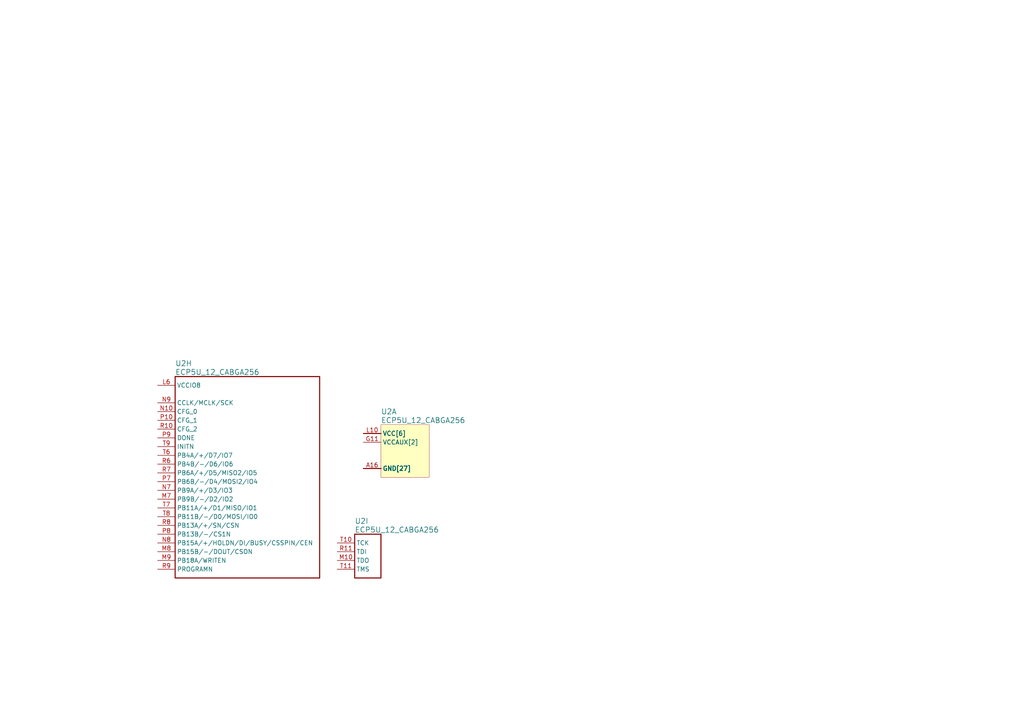
<source format=kicad_sch>
(kicad_sch (version 20200714) (host eeschema "5.99.0-unknown-3ddee6503~102~ubuntu20.04.1")
  (page 3 3)
  (paper "A4")
  (lib_symbols
    (symbol "josh-ic:ECP5U_12_CABGA256"
      (property "Reference" "U" (at -15.24 45.72 0))
      (property "Value" "ECP5U_12_CABGA256" (at 7.62 43.18 0))
      (symbol "ECP5U_12_CABGA256_2_1"
        (rectangle (start -16.51 40.64) (end 8.89 -27.94) (stroke (width 0.3048)))
        (pin bidirectional line (at -21.59 33.02 0) (length 5.08) (name "PT4A/+") (number "A2"))
        (pin bidirectional line (at -21.59 30.48 0) (length 5.08) (name "PT4B/-") (number "B3"))
        (pin bidirectional line (at -21.59 27.94 0) (length 5.08) (name "PT6A/+") (number "A3"))
        (pin bidirectional line (at -21.59 25.4 0) (length 5.08) (name "PT6B/-") (number "A4"))
        (pin bidirectional line (at -21.59 22.86 0) (length 5.08) (name "PT9A/+") (number "E4"))
        (pin bidirectional line (at -21.59 20.32 0) (length 5.08) (name "PT9B/-") (number "D4"))
        (pin bidirectional line (at -21.59 17.78 0) (length 5.08) (name "PT11A/+") (number "C4"))
        (pin bidirectional line (at -21.59 15.24 0) (length 5.08) (name "PT11B/-") (number "B4"))
        (pin bidirectional line (at -21.59 12.7 0) (length 5.08) (name "PT13A/+") (number "E5"))
        (pin bidirectional line (at -21.59 10.16 0) (length 5.08) (name "PT13B/-") (number "D5"))
        (pin bidirectional line (at -21.59 7.62 0) (length 5.08) (name "PT15A/+") (number "C5"))
        (pin bidirectional line (at -21.59 5.08 0) (length 5.08) (name "PT15B/-") (number "B5"))
        (pin bidirectional line (at -21.59 2.54 0) (length 5.08) (name "PT18A/+") (number "A5"))
        (pin bidirectional line (at -21.59 0 0) (length 5.08) (name "PT18B/-") (number "A6"))
        (pin bidirectional line (at -21.59 -2.54 0) (length 5.08) (name "PT20A/+") (number "E6"))
        (pin bidirectional line (at -21.59 -5.08 0) (length 5.08) (name "PT20B/-") (number "D6"))
        (pin bidirectional line (at -21.59 -7.62 0) (length 5.08) (name "PT22A/+") (number "C6"))
        (pin bidirectional line (at -21.59 -10.16 0) (length 5.08) (name "PT22B/-") (number "B6"))
        (pin bidirectional line (at -21.59 -12.7 0) (length 5.08) (name "PT24A/+/GR_PCLK0_1") (number "E7"))
        (pin bidirectional line (at -21.59 -15.24 0) (length 5.08) (name "PT24B/-/GR_PCLK0_0") (number "D7"))
        (pin bidirectional line (at -21.59 -17.78 0) (length 5.08) (name "PT27A/+/PCLKT0_1") (number "C7"))
        (pin bidirectional line (at -21.59 -20.32 0) (length 5.08) (name "PT27B/-/PCLKC0_1") (number "B7"))
        (pin bidirectional line (at -21.59 -22.86 0) (length 5.08) (name "PT29A/+/PCLKT0_0") (number "A7"))
        (pin bidirectional line (at -21.59 -25.4 0) (length 5.08) (name "PT29B/-/PCLKC0_0") (number "A8"))
        (pin power_in line (at -21.59 38.1 0) (length 5.08) (name "VCCIO0[2]") (number "F7"))
        (pin power_in line (at -21.59 38.1 0) (length 5.08) (name "VCCIO0[2]") (number "F6"))
      )
      (symbol "ECP5U_12_CABGA256_3_1"
        (rectangle (start -16.51 40.64) (end 8.89 -48.26) (stroke (width 0.3048)))
        (pin bidirectional line (at -21.59 33.02 0) (length 5.08) (name "PT33A/+/PCLKT1_1") (number "E8"))
        (pin bidirectional line (at -21.59 30.48 0) (length 5.08) (name "PT33B/-/PCLKC1_1") (number "D8"))
        (pin bidirectional line (at -21.59 27.94 0) (length 5.08) (name "PT35A/+/PCLKT1_0") (number "C8"))
        (pin bidirectional line (at -21.59 25.4 0) (length 5.08) (name "PT35B/-/PCLKC1_0") (number "B8"))
        (pin bidirectional line (at -21.59 22.86 0) (length 5.08) (name "PT38A/+/GR_PCLK1_0") (number "B9"))
        (pin bidirectional line (at -21.59 20.32 0) (length 5.08) (name "PT38B/-/GR_PCLK1_1") (number "C9"))
        (pin bidirectional line (at -21.59 17.78 0) (length 5.08) (name "PT40A/+") (number "D9"))
        (pin bidirectional line (at -21.59 15.24 0) (length 5.08) (name "PT40B/-") (number "E9"))
        (pin bidirectional line (at -21.59 12.7 0) (length 5.08) (name "PT42A/+") (number "A9"))
        (pin bidirectional line (at -21.59 10.16 0) (length 5.08) (name "PT42B/-") (number "A10"))
        (pin bidirectional line (at -21.59 7.62 0) (length 5.08) (name "PT44A/+") (number "B10"))
        (pin bidirectional line (at -21.59 5.08 0) (length 5.08) (name "PT44B/-") (number "C10"))
        (pin bidirectional line (at -21.59 2.54 0) (length 5.08) (name "PT47A/+") (number "D10"))
        (pin bidirectional line (at -21.59 0 0) (length 5.08) (name "PT47B/-") (number "E10"))
        (pin bidirectional line (at -21.59 -2.54 0) (length 5.08) (name "PT49A/+") (number "B11"))
        (pin bidirectional line (at -21.59 -5.08 0) (length 5.08) (name "PT49B/-") (number "C11"))
        (pin bidirectional line (at -21.59 -7.62 0) (length 5.08) (name "PT51A/+") (number "D11"))
        (pin bidirectional line (at -21.59 -10.16 0) (length 5.08) (name "PT51B/-") (number "E11"))
        (pin bidirectional line (at -21.59 -12.7 0) (length 5.08) (name "PT53A/+") (number "A11"))
        (pin bidirectional line (at -21.59 -15.24 0) (length 5.08) (name "PT53B/-") (number "A12"))
        (pin bidirectional line (at -21.59 -17.78 0) (length 5.08) (name "PT56A/+") (number "B12"))
        (pin bidirectional line (at -21.59 -20.32 0) (length 5.08) (name "PT56B/-") (number "C12"))
        (pin bidirectional line (at -21.59 -22.86 0) (length 5.08) (name "PT58A/+") (number "D12"))
        (pin bidirectional line (at -21.59 -25.4 0) (length 5.08) (name "PT58B/-") (number "E12"))
        (pin bidirectional line (at -21.59 -27.94 0) (length 5.08) (name "PT60A/+") (number "B13"))
        (pin bidirectional line (at -21.59 -30.48 0) (length 5.08) (name "PT60B/-") (number "C13"))
        (pin bidirectional line (at -21.59 -33.02 0) (length 5.08) (name "PT62A/+") (number "D13"))
        (pin bidirectional line (at -21.59 -35.56 0) (length 5.08) (name "PT62B/-") (number "E13"))
        (pin bidirectional line (at -21.59 -38.1 0) (length 5.08) (name "PT65A/+") (number "A13"))
        (pin bidirectional line (at -21.59 -40.64 0) (length 5.08) (name "PT65B/-") (number "A14"))
        (pin bidirectional line (at -21.59 -43.18 0) (length 5.08) (name "PT67A/+") (number "B14"))
        (pin bidirectional line (at -21.59 -45.72 0) (length 5.08) (name "PT67B/-") (number "A15"))
        (pin power_in line (at -21.59 38.1 0) (length 5.08) (name "VCCIO1[2]") (number "F11"))
        (pin power_in line (at -21.59 38.1 0) (length 5.08) (name "VCCIO1[2]") (number "F10"))
      )
      (symbol "ECP5U_12_CABGA256_4_1"
        (rectangle (start -16.51 40.64) (end 21.59 -48.26) (stroke (width 0.3048)))
        (pin bidirectional line (at -21.59 33.02 0) (length 5.08) (name "PR2A/+/HS/RDQ8") (number "B16"))
        (pin bidirectional line (at -21.59 30.48 0) (length 5.08) (name "PR2B/-/S0_IN/HS/RDQ8") (number "B15"))
        (pin bidirectional line (at -21.59 27.94 0) (length 5.08) (name "PR2C/+/RDQ8") (number "C14"))
        (pin bidirectional line (at -21.59 25.4 0) (length 5.08) (name "PR2D/-/RDQ8") (number "D14"))
        (pin bidirectional line (at -21.59 22.86 0) (length 5.08) (name "PR5A/+/HS/RDQ8") (number "C16"))
        (pin bidirectional line (at -21.59 20.32 0) (length 5.08) (name "PR5B/-/HS/RDQ8") (number "C15"))
        (pin bidirectional line (at -21.59 17.78 0) (length 5.08) (name "PR5C/+/RDQ8") (number "E14"))
        (pin bidirectional line (at -21.59 15.24 0) (length 5.08) (name "PR5D/-/RDQ8") (number "F14"))
        (pin bidirectional line (at -21.59 12.7 0) (length 5.08) (name "PR8A/+/HS/RDQS8") (number "D16"))
        (pin bidirectional line (at -21.59 10.16 0) (length 5.08) (name "PR8B/-/HS/RDQSN8") (number "E15"))
        (pin bidirectional line (at -21.59 7.62 0) (length 5.08) (name "PR8C/+/RDQ8") (number "F13"))
        (pin bidirectional line (at -21.59 5.08 0) (length 5.08) (name "PR8D/-/RDQ8") (number "F12"))
        (pin bidirectional line (at -21.59 2.54 0) (length 5.08) (name "PR11A/+/HS/RDQ8") (number "G12"))
        (pin bidirectional line (at -21.59 0 0) (length 5.08) (name "PR11B/-/HS/RDQ8") (number "G13"))
        (pin bidirectional line (at -21.59 -2.54 0) (length 5.08) (name "PR11C/+/RDQ8") (number "F15"))
        (pin bidirectional line (at -21.59 -5.08 0) (length 5.08) (name "PR11D/-/RDQ8") (number "E16"))
        (pin bidirectional line (at -21.59 -7.62 0) (length 5.08) (name "PR14A/+/HS/RDQ20") (number "F16"))
        (pin bidirectional line (at -21.59 -10.16 0) (length 5.08) (name "PR14B/-/HS/RDQ20") (number "G15"))
        (pin bidirectional line (at -21.59 -12.7 0) (length 5.08) (name "PR14C/+/VREF1_2/RDQ20") (number "G14"))
        (pin bidirectional line (at -21.59 -15.24 0) (length 5.08) (name "PR14D/-/RDQ20") (number "H14"))
        (pin bidirectional line (at -21.59 -17.78 0) (length 5.08) (name "PR17A/+/HS/RDQ20") (number "H12"))
        (pin bidirectional line (at -21.59 -20.32 0) (length 5.08) (name "PR17B/-/HS/RDQ20") (number "H13"))
        (pin bidirectional line (at -21.59 -22.86 0) (length 5.08) (name "PR17C/+/RDQ20") (number "J13"))
        (pin bidirectional line (at -21.59 -25.4 0) (length 5.08) (name "PR17D/-/RDQ20") (number "J12"))
        (pin bidirectional line (at -21.59 -27.94 0) (length 5.08) (name "PR20A/+/GR_PCLK2_1/HS/RDQS20") (number "G16"))
        (pin bidirectional line (at -21.59 -30.48 0) (length 5.08) (name "PR20B/-/HS/RDQSN20") (number "H15"))
        (pin bidirectional line (at -21.59 -33.02 0) (length 5.08) (name "PR20C/+/GR_PCLK2_0/RDQ20") (number "J14"))
        (pin bidirectional line (at -21.59 -35.56 0) (length 5.08) (name "PR20D/-/RDQ20") (number "K14"))
        (pin bidirectional line (at -21.59 -38.1 0) (length 5.08) (name "PR23A/+/PCLKT2_1/HS/RDQ20") (number "J16"))
        (pin bidirectional line (at -21.59 -40.64 0) (length 5.08) (name "PR23B/-/PCLKC2_1/HS/RDQ20") (number "J15"))
        (pin bidirectional line (at -21.59 -43.18 0) (length 5.08) (name "PR23C/+/PCLKT2_0/RDQ20") (number "K16"))
        (pin bidirectional line (at -21.59 -45.72 0) (length 5.08) (name "PR23D/-/PCLKC2_0/RDQ20") (number "K15"))
        (pin power_in line (at -21.59 38.1 0) (length 5.08) (name "VCCIO2[2]") (number "H11"))
        (pin power_in line (at -21.59 38.1 0) (length 5.08) (name "VCCIO2[2]") (number "J11"))
      )
      (symbol "ECP5U_12_CABGA256_5_1"
        (rectangle (start -16.51 40.64) (end 19.05 -48.26) (stroke (width 0.3048)))
        (pin bidirectional line (at -21.59 33.02 0) (length 5.08) (name "PR26A/+/PCLKT3_1/HS/RDQ32") (number "L16"))
        (pin bidirectional line (at -21.59 30.48 0) (length 5.08) (name "PR26B/-/PCLKC3_1/HS/RDQ32") (number "L15"))
        (pin bidirectional line (at -21.59 27.94 0) (length 5.08) (name "PR26C/+/PCLKT3_0/RDQ32") (number "M16"))
        (pin bidirectional line (at -21.59 25.4 0) (length 5.08) (name "PR26D/-/PCLKC3_0/RDQ32") (number "M15"))
        (pin bidirectional line (at -21.59 22.86 0) (length 5.08) (name "PR29A/+/GR_PCLK3_0/HS/RDQ32") (number "K13"))
        (pin bidirectional line (at -21.59 20.32 0) (length 5.08) (name "PR29B/-/HS/RDQ32") (number "K12"))
        (pin bidirectional line (at -21.59 17.78 0) (length 5.08) (name "PR29C/+/GR_PCLK3_1/RDQ32") (number "L13"))
        (pin bidirectional line (at -21.59 15.24 0) (length 5.08) (name "PR29D/-/RDQ32") (number "L12"))
        (pin bidirectional line (at -21.59 12.7 0) (length 5.08) (name "PR32A/+/HS/RDQS32") (number "N16"))
        (pin bidirectional line (at -21.59 10.16 0) (length 5.08) (name "PR32B/-/HS/RDQSN32") (number "P15"))
        (pin bidirectional line (at -21.59 7.62 0) (length 5.08) (name "PR32C/+/RDQ32") (number "L14"))
        (pin bidirectional line (at -21.59 5.08 0) (length 5.08) (name "PR32D/-/RDQ32") (number "M14"))
        (pin bidirectional line (at -21.59 2.54 0) (length 5.08) (name "PR35A/+/HS/RDQ32") (number "P16"))
        (pin bidirectional line (at -21.59 0 0) (length 5.08) (name "PR35B/-/VREF1_3/HS/RDQ32") (number "R16"))
        (pin bidirectional line (at -21.59 -2.54 0) (length 5.08) (name "PR35C/+/RDQ32") (number "M13"))
        (pin bidirectional line (at -21.59 -5.08 0) (length 5.08) (name "PR35D/-/RDQ32") (number "N14"))
        (pin bidirectional line (at -21.59 -7.62 0) (length 5.08) (name "PR38A/+/HS/RDQ44") (number "N13"))
        (pin bidirectional line (at -21.59 -10.16 0) (length 5.08) (name "PR38B/-/HS/RDQ44") (number "P14"))
        (pin bidirectional line (at -21.59 -12.7 0) (length 5.08) (name "PR38C/+/RDQ44") (number "R15"))
        (pin bidirectional line (at -21.59 -15.24 0) (length 5.08) (name "PR38D/-/RDQ44") (number "T15"))
        (pin bidirectional line (at -21.59 -17.78 0) (length 5.08) (name "PR41A/+/HS/RDQ44") (number "P13"))
        (pin bidirectional line (at -21.59 -20.32 0) (length 5.08) (name "PR41B/-/HS/RDQ44") (number "R14"))
        (pin bidirectional line (at -21.59 -22.86 0) (length 5.08) (name "PR41C/+/RDQ44") (number "R13"))
        (pin bidirectional line (at -21.59 -25.4 0) (length 5.08) (name "PR41D/-/RDQ44") (number "T14"))
        (pin bidirectional line (at -21.59 -27.94 0) (length 5.08) (name "PR44A/+/HS/RDQS44") (number "R12"))
        (pin bidirectional line (at -21.59 -30.48 0) (length 5.08) (name "PR44B/-/HS/RDQSN44") (number "T13"))
        (pin bidirectional line (at -21.59 -33.02 0) (length 5.08) (name "PR44C/+/RDQ44") (number "M12"))
        (pin bidirectional line (at -21.59 -35.56 0) (length 5.08) (name "PR44D/-/RDQ44") (number "N12"))
        (pin bidirectional line (at -21.59 -38.1 0) (length 5.08) (name "PR47A/+/HS/RDQ44") (number "M11"))
        (pin bidirectional line (at -21.59 -40.64 0) (length 5.08) (name "PR47B/-/HS/RDQ44") (number "N11"))
        (pin bidirectional line (at -21.59 -43.18 0) (length 5.08) (name "PR47C/+/LRC_GPLL0T_IN/RDQ44") (number "P11"))
        (pin bidirectional line (at -21.59 -45.72 0) (length 5.08) (name "PR47D/-/LRC_GPLL0C_IN/RDQ44") (number "P12"))
        (pin power_in line (at -21.59 38.1 0) (length 5.08) (name "VCCIO3[2]") (number "K11"))
        (pin power_in line (at -21.59 38.1 0) (length 5.08) (name "VCCIO3[2]") (number "L11"))
      )
      (symbol "ECP5U_12_CABGA256_6_1"
        (rectangle (start -16.51 40.64) (end 19.05 -48.26) (stroke (width 0.3048)))
        (pin bidirectional line (at -21.59 33.02 0) (length 5.08) (name "PL26A/+/PCLKT6_1/HS/LDQ32") (number "L1"))
        (pin bidirectional line (at -21.59 30.48 0) (length 5.08) (name "PL26B/-/PCLKC6_1/HS/LDQ32") (number "L2"))
        (pin bidirectional line (at -21.59 27.94 0) (length 5.08) (name "PL26C/+/PCLKT6_0/LDQ32") (number "M1"))
        (pin bidirectional line (at -21.59 25.4 0) (length 5.08) (name "PL26D/-/PCLKC6_0/LDQ32") (number "M2"))
        (pin bidirectional line (at -21.59 22.86 0) (length 5.08) (name "PL29A/+/GR_PCLK6_0/HS/LDQ32") (number "K4"))
        (pin bidirectional line (at -21.59 20.32 0) (length 5.08) (name "PL29B/-/HS/LDQ32") (number "K5"))
        (pin bidirectional line (at -21.59 17.78 0) (length 5.08) (name "PL29C/+/GR_PCLK6_1/LDQ32") (number "L4"))
        (pin bidirectional line (at -21.59 15.24 0) (length 5.08) (name "PL29D/-/LDQ32") (number "L5"))
        (pin bidirectional line (at -21.59 12.7 0) (length 5.08) (name "PL32A/+/HS/LDQS32") (number "N1"))
        (pin bidirectional line (at -21.59 10.16 0) (length 5.08) (name "PL32B/-/HS/LDQSN32") (number "P2"))
        (pin bidirectional line (at -21.59 7.62 0) (length 5.08) (name "PL32C/+/LDQ32") (number "L3"))
        (pin bidirectional line (at -21.59 5.08 0) (length 5.08) (name "PL32D/-/LDQ32") (number "M3"))
        (pin bidirectional line (at -21.59 2.54 0) (length 5.08) (name "PL35A/+/HS/LDQ32") (number "P1"))
        (pin bidirectional line (at -21.59 0 0) (length 5.08) (name "PL35B/-/VREF1_6/HS/LDQ32") (number "R1"))
        (pin bidirectional line (at -21.59 -2.54 0) (length 5.08) (name "PL35C/+/LDQ32") (number "M4"))
        (pin bidirectional line (at -21.59 -5.08 0) (length 5.08) (name "PL35D/-/LDQ32") (number "N3"))
        (pin bidirectional line (at -21.59 -7.62 0) (length 5.08) (name "PL38A/+/HS/LDQ44") (number "N4"))
        (pin bidirectional line (at -21.59 -10.16 0) (length 5.08) (name "PL38B/-/HS/LDQ44") (number "P3"))
        (pin bidirectional line (at -21.59 -12.7 0) (length 5.08) (name "PL38C/+/LDQ44") (number "R2"))
        (pin bidirectional line (at -21.59 -15.24 0) (length 5.08) (name "PL38D/-/LDQ44") (number "T2"))
        (pin bidirectional line (at -21.59 -17.78 0) (length 5.08) (name "PL41A/+/HS/LDQ44") (number "P4"))
        (pin bidirectional line (at -21.59 -20.32 0) (length 5.08) (name "PL41B/-/HS/LDQ44") (number "R3"))
        (pin bidirectional line (at -21.59 -22.86 0) (length 5.08) (name "PL41C/+/LDQ44") (number "R4"))
        (pin bidirectional line (at -21.59 -25.4 0) (length 5.08) (name "PL41D/-/LDQ44") (number "T3"))
        (pin bidirectional line (at -21.59 -27.94 0) (length 5.08) (name "PL44A/+/HS/LDQS44") (number "R5"))
        (pin bidirectional line (at -21.59 -30.48 0) (length 5.08) (name "PL44B/-/HS/LDQSN44") (number "T4"))
        (pin bidirectional line (at -21.59 -33.02 0) (length 5.08) (name "PL44C/+/LDQ44") (number "M5"))
        (pin bidirectional line (at -21.59 -35.56 0) (length 5.08) (name "PL44D/-/LDQ44") (number "N5"))
        (pin bidirectional line (at -21.59 -38.1 0) (length 5.08) (name "PL47A/+/HS/LDQ44") (number "M6"))
        (pin bidirectional line (at -21.59 -40.64 0) (length 5.08) (name "PL47B/-/HS/LDQ44") (number "N6"))
        (pin bidirectional line (at -21.59 -43.18 0) (length 5.08) (name "PL47C/+/LLC_GPLL0T_IN/LDQ44") (number "P6"))
        (pin bidirectional line (at -21.59 -45.72 0) (length 5.08) (name "PL47D/-/LLC_GPLL0C_IN/LDQ44") (number "P5"))
        (pin power_in line (at -21.59 38.1 0) (length 5.08) (name "VCCIO6[2]") (number "J7"))
        (pin power_in line (at -21.59 38.1 0) (length 5.08) (name "VCCIO6[2]") (number "J6"))
      )
      (symbol "ECP5U_12_CABGA256_7_1"
        (rectangle (start -16.51 40.64) (end 20.32 -46.99) (stroke (width 0.3048)))
        (pin bidirectional line (at -21.59 34.29 0) (length 5.08) (name "PL2A/+/HS/LDQ8") (number "B1"))
        (pin bidirectional line (at -21.59 31.75 0) (length 5.08) (name "PL2B/-/HS/LDQ8") (number "B2"))
        (pin bidirectional line (at -21.59 29.21 0) (length 5.08) (name "PL2C/+/LDQ8") (number "C3"))
        (pin bidirectional line (at -21.59 26.67 0) (length 5.08) (name "PL2D/-/LDQ8") (number "D3"))
        (pin bidirectional line (at -21.59 24.13 0) (length 5.08) (name "PL5A/+/HS/LDQ8") (number "C1"))
        (pin bidirectional line (at -21.59 21.59 0) (length 5.08) (name "PL5B/-/HS/LDQ8") (number "C2"))
        (pin bidirectional line (at -21.59 19.05 0) (length 5.08) (name "PL5C/+/LDQ8") (number "E3"))
        (pin bidirectional line (at -21.59 16.51 0) (length 5.08) (name "PL5D/-/LDQ8") (number "F3"))
        (pin bidirectional line (at -21.59 13.97 0) (length 5.08) (name "PL8A/+/HS/LDQS8") (number "D1"))
        (pin bidirectional line (at -21.59 11.43 0) (length 5.08) (name "PL8B/-/HS/LDQSN8") (number "E2"))
        (pin bidirectional line (at -21.59 8.89 0) (length 5.08) (name "PL8C/+/LDQ8") (number "F4"))
        (pin bidirectional line (at -21.59 6.35 0) (length 5.08) (name "PL8D/-/LDQ8") (number "F5"))
        (pin bidirectional line (at -21.59 3.81 0) (length 5.08) (name "PL11A/+/HS/LDQ8") (number "G5"))
        (pin bidirectional line (at -21.59 1.27 0) (length 5.08) (name "PL11B/-/HS/LDQ8") (number "G4"))
        (pin bidirectional line (at -21.59 -1.27 0) (length 5.08) (name "PL11C/+/LDQ8") (number "F2"))
        (pin bidirectional line (at -21.59 -3.81 0) (length 5.08) (name "PL11D/-/LDQ8") (number "E1"))
        (pin bidirectional line (at -21.59 -6.35 0) (length 5.08) (name "PL14A/+/HS/LDQ20") (number "F1"))
        (pin bidirectional line (at -21.59 -8.89 0) (length 5.08) (name "PL14B/-/HS/LDQ20") (number "G2"))
        (pin bidirectional line (at -21.59 -11.43 0) (length 5.08) (name "PL14C/+/VREF1_7/LDQ20") (number "G3"))
        (pin bidirectional line (at -21.59 -13.97 0) (length 5.08) (name "PL14D/-/LDQ20") (number "H3"))
        (pin bidirectional line (at -21.59 -16.51 0) (length 5.08) (name "PL17A/+/HS/LDQ20") (number "H5"))
        (pin bidirectional line (at -21.59 -19.05 0) (length 5.08) (name "PL17B/-/HS/LDQ20") (number "H4"))
        (pin bidirectional line (at -21.59 -21.59 0) (length 5.08) (name "PL17C/+/LDQ20") (number "J4"))
        (pin bidirectional line (at -21.59 -24.13 0) (length 5.08) (name "PL17D/-/LDQ20") (number "J5"))
        (pin bidirectional line (at -21.59 -26.67 0) (length 5.08) (name "PL20A/+/GR_PCLK7_1/HS/LDQS20") (number "G1"))
        (pin bidirectional line (at -21.59 -29.21 0) (length 5.08) (name "PL20B/-/HS/LDQSN20") (number "H2"))
        (pin bidirectional line (at -21.59 -31.75 0) (length 5.08) (name "PL20C/+/GR_PCLK7_0/LDQ20") (number "J3"))
        (pin bidirectional line (at -21.59 -34.29 0) (length 5.08) (name "PL20D/-/LDQ20") (number "K3"))
        (pin bidirectional line (at -21.59 -36.83 0) (length 5.08) (name "PL23A/+/PCLKT7_1/HS/LDQ20") (number "J1"))
        (pin bidirectional line (at -21.59 -39.37 0) (length 5.08) (name "PL23B/-/PCLKC7_1/HS/LDQ20") (number "J2"))
        (pin bidirectional line (at -21.59 -41.91 0) (length 5.08) (name "PL23C/+/PCLKT7_0/LDQ20") (number "K1"))
        (pin bidirectional line (at -21.59 -44.45 0) (length 5.08) (name "PL23D/-/PCLKC7_0/LDQ20") (number "K2"))
        (pin power_in line (at -21.59 39.37 0) (length 5.08) (name "VCCIO7[2]") (number "H7"))
        (pin power_in line (at -21.59 39.37 0) (length 5.08) (name "VCCIO7[2]") (number "H6"))
      )
      (symbol "ECP5U_12_CABGA256_8_1"
        (rectangle (start -16.51 40.64) (end 25.4 -17.78) (stroke (width 0.3048)))
        (pin bidirectional line (at -21.59 33.02 0) (length 5.08) (name "CCLK/MCLK/SCK") (number "N9"))
        (pin bidirectional line (at -21.59 30.48 0) (length 5.08) (name "CFG_0") (number "N10"))
        (pin bidirectional line (at -21.59 27.94 0) (length 5.08) (name "CFG_1") (number "P10"))
        (pin bidirectional line (at -21.59 25.4 0) (length 5.08) (name "CFG_2") (number "R10"))
        (pin bidirectional line (at -21.59 22.86 0) (length 5.08) (name "DONE") (number "P9"))
        (pin bidirectional line (at -21.59 20.32 0) (length 5.08) (name "INITN") (number "T9"))
        (pin bidirectional line (at -21.59 17.78 0) (length 5.08) (name "PB4A/+/D7/IO7") (number "T6"))
        (pin bidirectional line (at -21.59 15.24 0) (length 5.08) (name "PB4B/-/D6/IO6") (number "R6"))
        (pin bidirectional line (at -21.59 12.7 0) (length 5.08) (name "PB6A/+/D5/MISO2/IO5") (number "R7"))
        (pin bidirectional line (at -21.59 10.16 0) (length 5.08) (name "PB6B/-/D4/MOSI2/IO4") (number "P7"))
        (pin bidirectional line (at -21.59 7.62 0) (length 5.08) (name "PB9A/+/D3/IO3") (number "N7"))
        (pin bidirectional line (at -21.59 5.08 0) (length 5.08) (name "PB9B/-/D2/IO2") (number "M7"))
        (pin bidirectional line (at -21.59 2.54 0) (length 5.08) (name "PB11A/+/D1/MISO/IO1") (number "T7"))
        (pin bidirectional line (at -21.59 0 0) (length 5.08) (name "PB11B/-/D0/MOSI/IO0") (number "T8"))
        (pin bidirectional line (at -21.59 -2.54 0) (length 5.08) (name "PB13A/+/SN/CSN") (number "R8"))
        (pin bidirectional line (at -21.59 -5.08 0) (length 5.08) (name "PB13B/-/CS1N") (number "P8"))
        (pin bidirectional line (at -21.59 -7.62 0) (length 5.08) (name "PB15A/+/HOLDN/DI/BUSY/CSSPIN/CEN") (number "N8"))
        (pin bidirectional line (at -21.59 -10.16 0) (length 5.08) (name "PB15B/-/DOUT/CSON") (number "M8"))
        (pin bidirectional line (at -21.59 -12.7 0) (length 5.08) (name "PB18A/WRITEN") (number "M9"))
        (pin bidirectional line (at -21.59 -15.24 0) (length 5.08) (name "PROGRAMN") (number "R9"))
        (pin power_in line (at -21.59 38.1 0) (length 5.08) (name "VCCIO8") (number "L6"))
      )
      (symbol "ECP5U_12_CABGA256_9_1"
        (rectangle (start -2.54 6.35) (end 5.08 -6.35) (stroke (width 0.3048)))
        (pin bidirectional line (at -7.62 3.81 0) (length 5.08) (name "TCK") (number "T10"))
        (pin bidirectional line (at -7.62 1.27 0) (length 5.08) (name "TDI") (number "R11"))
        (pin bidirectional line (at -7.62 -1.27 0) (length 5.08) (name "TDO") (number "M10"))
        (pin bidirectional line (at -7.62 -3.81 0) (length 5.08) (name "TMS") (number "T11"))
      )
      (symbol "ECP5U_12_CABGA256_1_1"
        (rectangle (start -7.62 7.62) (end 6.35 -7.62) (stroke (width 0.001)) (fill (type background)))
        (pin power_in line (at -12.7 -5.08 0) (length 5.08) (name "GND[27]") (number "A16"))
        (pin power_in line (at -12.7 -5.08 0) (length 5.08) (name "GND[27]") (number "H16"))
        (pin power_in line (at -12.7 -5.08 0) (length 5.08) (name "GND[27]") (number "T16"))
        (pin power_in line (at -12.7 -5.08 0) (length 5.08) (name "GND[27]") (number "D15"))
        (pin power_in line (at -12.7 -5.08 0) (length 5.08) (name "GND[27]") (number "N15"))
        (pin power_in line (at -12.7 -5.08 0) (length 5.08) (name "GND[27]") (number "T12"))
        (pin power_in line (at -12.7 -5.08 0) (length 5.08) (name "GND[27]") (number "G10"))
        (pin power_in line (at -12.7 -5.08 0) (length 5.08) (name "GND[27]") (number "H10"))
        (pin power_in line (at -12.7 -5.08 0) (length 5.08) (name "GND[27]") (number "J10"))
        (pin power_in line (at -12.7 -5.08 0) (length 5.08) (name "GND[27]") (number "K10"))
        (pin power_in line (at -12.7 -5.08 0) (length 5.08) (name "GND[27]") (number "F9"))
        (pin power_in line (at -12.7 -5.08 0) (length 5.08) (name "GND[27]") (number "H9"))
        (pin power_in line (at -12.7 -5.08 0) (length 5.08) (name "GND[27]") (number "J9"))
        (pin power_in line (at -12.7 -5.08 0) (length 5.08) (name "GND[27]") (number "K9"))
        (pin power_in line (at -12.7 -5.08 0) (length 5.08) (name "GND[27]") (number "F8"))
        (pin power_in line (at -12.7 -5.08 0) (length 5.08) (name "GND[27]") (number "G8"))
        (pin power_in line (at -12.7 -5.08 0) (length 5.08) (name "GND[27]") (number "H8"))
        (pin power_in line (at -12.7 -5.08 0) (length 5.08) (name "GND[27]") (number "J8"))
        (pin power_in line (at -12.7 -5.08 0) (length 5.08) (name "GND[27]") (number "K8"))
        (pin power_in line (at -12.7 -5.08 0) (length 5.08) (name "GND[27]") (number "K7"))
        (pin power_in line (at -12.7 -5.08 0) (length 5.08) (name "GND[27]") (number "K6"))
        (pin power_in line (at -12.7 -5.08 0) (length 5.08) (name "GND[27]") (number "T5"))
        (pin power_in line (at -12.7 -5.08 0) (length 5.08) (name "GND[27]") (number "D2"))
        (pin power_in line (at -12.7 -5.08 0) (length 5.08) (name "GND[27]") (number "N2"))
        (pin power_in line (at -12.7 -5.08 0) (length 5.08) (name "GND[27]") (number "A1"))
        (pin power_in line (at -12.7 -5.08 0) (length 5.08) (name "GND[27]") (number "H1"))
        (pin power_in line (at -12.7 -5.08 0) (length 5.08) (name "GND[27]") (number "T1"))
        (pin power_in line (at -12.7 5.08 0) (length 5.08) (name "VCC[6]") (number "L10"))
        (pin power_in line (at -12.7 5.08 0) (length 5.08) (name "VCC[6]") (number "G9"))
        (pin power_in line (at -12.7 5.08 0) (length 5.08) (name "VCC[6]") (number "L9"))
        (pin power_in line (at -12.7 5.08 0) (length 5.08) (name "VCC[6]") (number "L8"))
        (pin power_in line (at -12.7 5.08 0) (length 5.08) (name "VCC[6]") (number "G7"))
        (pin power_in line (at -12.7 5.08 0) (length 5.08) (name "VCC[6]") (number "G6"))
        (pin power_in line (at -12.7 2.54 0) (length 5.08) (name "VCCAUX[2]") (number "G11"))
        (pin power_in line (at -12.7 2.54 0) (length 5.08) (name "VCCAUX[2]") (number "L7"))
      )
    )
  )
  (symbol (lib_id "josh-ic:ECP5U_12_CABGA256") (at 105.41 161.29 0) (unit 9)
    (property "Reference" "U2" (at 102.87 151.13 0) (effects (font (size 1.524 1.524)) (justify left)))
    (property "Value" "ECP5U_12_CABGA256" (at 102.87 153.67 0) (effects (font (size 1.524 1.524)) (justify left)))
    (property "Footprint" "Package_BGA:BGA-256_14.0x14.0mm_Layout16x16_P0.8mm_Ball0.45mm_Pad0.32mm_NSMD" (effects hide))
    (property "manf#" "ECP5U_12" (effects hide))
  )
  (symbol (lib_id "josh-ic:ECP5U_12_CABGA256") (at 118.11 130.81 0) (unit 1)
    (property "Reference" "U2" (at 110.49 119.38 0) (effects (font (size 1.524 1.524)) (justify left)))
    (property "Value" "ECP5U_12_CABGA256" (at 110.49 121.92 0) (effects (font (size 1.524 1.524)) (justify left)))
    (property "Footprint" "Package_BGA:BGA-256_14.0x14.0mm_Layout16x16_P0.8mm_Ball0.45mm_Pad0.32mm_NSMD" (effects hide))
    (property "manf#" "ECP5U_12" (effects hide))
  )
  (symbol (lib_id "josh-ic:ECP5U_12_CABGA256") (at 67.31 149.86 0) (unit 8)
    (property "Reference" "U2" (at 50.8 105.41 0) (effects (font (size 1.524 1.524)) (justify left)))
    (property "Value" "ECP5U_12_CABGA256" (at 50.8 107.95 0) (effects (font (size 1.524 1.524)) (justify left)))
    (property "Footprint" "Package_BGA:BGA-256_14.0x14.0mm_Layout16x16_P0.8mm_Ball0.45mm_Pad0.32mm_NSMD" (effects hide))
    (property "manf#" "ECP5U_12" (effects hide))
  )
)
</source>
